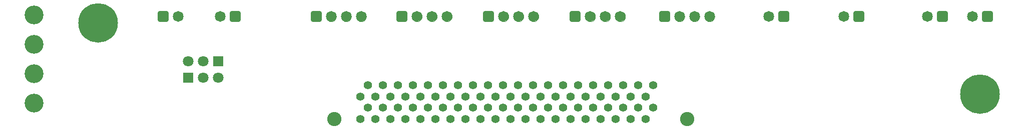
<source format=gbs>
G04*
G04 #@! TF.GenerationSoftware,Altium Limited,Altium Designer,21.2.2 (38)*
G04*
G04 Layer_Color=16711935*
%FSLAX25Y25*%
%MOIN*%
G70*
G04*
G04 #@! TF.SameCoordinates,68047672-1E7F-4675-B640-9537CBAF5E22*
G04*
G04*
G04 #@! TF.FilePolarity,Negative*
G04*
G01*
G75*
%ADD16C,0.00000*%
%ADD31R,0.07099X0.07099*%
%ADD32C,0.07099*%
%ADD33C,0.26391*%
%ADD34C,0.03162*%
%ADD35C,0.09500*%
%ADD36C,0.05500*%
G04:AMPARAMS|DCode=37|XSize=71.78mil|YSize=71.78mil|CornerRadius=11.97mil|HoleSize=0mil|Usage=FLASHONLY|Rotation=0.000|XOffset=0mil|YOffset=0mil|HoleType=Round|Shape=RoundedRectangle|*
%AMROUNDEDRECTD37*
21,1,0.07178,0.04784,0,0,0.0*
21,1,0.04784,0.07178,0,0,0.0*
1,1,0.02395,0.02392,-0.02392*
1,1,0.02395,-0.02392,-0.02392*
1,1,0.02395,-0.02392,0.02392*
1,1,0.02395,0.02392,0.02392*
%
%ADD37ROUNDEDRECTD37*%
%ADD38C,0.07178*%
%ADD39C,0.12611*%
D16*
X493890Y175000D02*
X493739Y175999D01*
X493301Y176910D01*
X492614Y177650D01*
X491739Y178156D01*
X490753Y178381D01*
X489746Y178305D01*
X488805Y177936D01*
X488015Y177306D01*
X487446Y176471D01*
X487148Y175505D01*
Y174495D01*
X487446Y173529D01*
X488015Y172694D01*
X488805Y172064D01*
X489746Y171695D01*
X490753Y171619D01*
X491739Y171844D01*
X492614Y172350D01*
X493301Y173090D01*
X493739Y174001D01*
X493890Y175000D01*
X503890D02*
X503739Y175999D01*
X503301Y176910D01*
X502614Y177650D01*
X501739Y178156D01*
X500753Y178381D01*
X499746Y178305D01*
X498805Y177936D01*
X498015Y177306D01*
X497446Y176471D01*
X497148Y175505D01*
Y174495D01*
X497446Y173529D01*
X498015Y172694D01*
X498805Y172064D01*
X499746Y171695D01*
X500753Y171619D01*
X501739Y171844D01*
X502614Y172350D01*
X503301Y173090D01*
X503739Y174001D01*
X503890Y175000D01*
X513890D02*
X513739Y175999D01*
X513301Y176910D01*
X512614Y177650D01*
X511738Y178156D01*
X510753Y178381D01*
X509746Y178305D01*
X508805Y177936D01*
X508015Y177306D01*
X507446Y176471D01*
X507148Y175505D01*
Y174495D01*
X507446Y173529D01*
X508015Y172694D01*
X508805Y172064D01*
X509746Y171695D01*
X510753Y171619D01*
X511738Y171844D01*
X512614Y172350D01*
X513301Y173090D01*
X513739Y174001D01*
X513890Y175000D01*
X523890D02*
X523739Y175999D01*
X523301Y176910D01*
X522614Y177650D01*
X521738Y178156D01*
X520753Y178381D01*
X519746Y178305D01*
X518805Y177936D01*
X518015Y177306D01*
X517446Y176471D01*
X517148Y175505D01*
Y174495D01*
X517446Y173529D01*
X518015Y172694D01*
X518805Y172064D01*
X519746Y171695D01*
X520753Y171619D01*
X521738Y171844D01*
X522614Y172350D01*
X523301Y173090D01*
X523739Y174001D01*
X523890Y175000D01*
X434416D02*
X434265Y175999D01*
X433827Y176910D01*
X433140Y177650D01*
X432264Y178156D01*
X431279Y178381D01*
X430271Y178305D01*
X429331Y177936D01*
X428541Y177306D01*
X427972Y176471D01*
X427674Y175505D01*
Y174495D01*
X427972Y173529D01*
X428541Y172694D01*
X429331Y172064D01*
X430271Y171695D01*
X431279Y171619D01*
X432264Y171844D01*
X433140Y172350D01*
X433827Y173090D01*
X434265Y174001D01*
X434416Y175000D01*
X444416D02*
X444265Y175999D01*
X443827Y176910D01*
X443140Y177650D01*
X442264Y178156D01*
X441279Y178381D01*
X440272Y178305D01*
X439331Y177936D01*
X438541Y177306D01*
X437972Y176471D01*
X437674Y175505D01*
Y174495D01*
X437972Y173529D01*
X438541Y172694D01*
X439331Y172064D01*
X440272Y171695D01*
X441279Y171619D01*
X442264Y171844D01*
X443140Y172350D01*
X443827Y173090D01*
X444265Y174001D01*
X444416Y175000D01*
X454416D02*
X454265Y175999D01*
X453827Y176910D01*
X453139Y177650D01*
X452264Y178156D01*
X451279Y178381D01*
X450272Y178305D01*
X449331Y177936D01*
X448541Y177306D01*
X447972Y176471D01*
X447674Y175505D01*
Y174495D01*
X447972Y173529D01*
X448541Y172694D01*
X449331Y172064D01*
X450272Y171695D01*
X451279Y171619D01*
X452264Y171844D01*
X453139Y172350D01*
X453827Y173090D01*
X454265Y174001D01*
X454416Y175000D01*
X464416D02*
X464265Y175999D01*
X463827Y176910D01*
X463139Y177650D01*
X462264Y178156D01*
X461279Y178381D01*
X460272Y178305D01*
X459331Y177936D01*
X458541Y177306D01*
X457972Y176471D01*
X457674Y175505D01*
Y174495D01*
X457972Y173529D01*
X458541Y172694D01*
X459331Y172064D01*
X460272Y171695D01*
X461279Y171619D01*
X462264Y171844D01*
X463139Y172350D01*
X463827Y173090D01*
X464265Y174001D01*
X464416Y175000D01*
X406640D02*
X406489Y175999D01*
X406051Y176910D01*
X405364Y177650D01*
X404489Y178156D01*
X403503Y178381D01*
X402496Y178305D01*
X401555Y177936D01*
X400765Y177306D01*
X400196Y176471D01*
X399898Y175505D01*
Y174495D01*
X400196Y173529D01*
X400765Y172694D01*
X401555Y172064D01*
X402496Y171695D01*
X403503Y171619D01*
X404489Y171844D01*
X405364Y172350D01*
X406051Y173090D01*
X406489Y174001D01*
X406640Y175000D01*
X396640D02*
X396489Y175999D01*
X396051Y176910D01*
X395364Y177650D01*
X394489Y178156D01*
X393503Y178381D01*
X392496Y178305D01*
X391555Y177936D01*
X390765Y177306D01*
X390196Y176471D01*
X389898Y175505D01*
Y174495D01*
X390196Y173529D01*
X390765Y172694D01*
X391555Y172064D01*
X392496Y171695D01*
X393503Y171619D01*
X394489Y171844D01*
X395364Y172350D01*
X396051Y173090D01*
X396489Y174001D01*
X396640Y175000D01*
X386640D02*
X386489Y175999D01*
X386051Y176910D01*
X385364Y177650D01*
X384489Y178156D01*
X383503Y178381D01*
X382496Y178305D01*
X381555Y177936D01*
X380765Y177306D01*
X380196Y176471D01*
X379898Y175505D01*
Y174495D01*
X380196Y173529D01*
X380765Y172694D01*
X381555Y172064D01*
X382496Y171695D01*
X383503Y171619D01*
X384489Y171844D01*
X385364Y172350D01*
X386051Y173090D01*
X386489Y174001D01*
X386640Y175000D01*
X376640D02*
X376489Y175999D01*
X376051Y176910D01*
X375364Y177650D01*
X374488Y178156D01*
X373503Y178381D01*
X372496Y178305D01*
X371555Y177936D01*
X370765Y177306D01*
X370196Y176471D01*
X369898Y175505D01*
Y174495D01*
X370196Y173529D01*
X370765Y172694D01*
X371555Y172064D01*
X372496Y171695D01*
X373503Y171619D01*
X374488Y171844D01*
X375364Y172350D01*
X376051Y173090D01*
X376489Y174001D01*
X376640Y175000D01*
X348998D02*
X348847Y175999D01*
X348409Y176910D01*
X347721Y177650D01*
X346846Y178156D01*
X345861Y178381D01*
X344853Y178305D01*
X343913Y177936D01*
X343123Y177306D01*
X342553Y176471D01*
X342255Y175505D01*
Y174495D01*
X342553Y173529D01*
X343123Y172694D01*
X343913Y172064D01*
X344853Y171695D01*
X345861Y171619D01*
X346846Y171844D01*
X347721Y172350D01*
X348409Y173090D01*
X348847Y174001D01*
X348998Y175000D01*
X338998D02*
X338847Y175999D01*
X338408Y176910D01*
X337721Y177650D01*
X336846Y178156D01*
X335861Y178381D01*
X334853Y178305D01*
X333913Y177936D01*
X333122Y177306D01*
X332553Y176471D01*
X332255Y175505D01*
Y174495D01*
X332553Y173529D01*
X333122Y172694D01*
X333913Y172064D01*
X334853Y171695D01*
X335861Y171619D01*
X336846Y171844D01*
X337721Y172350D01*
X338408Y173090D01*
X338847Y174001D01*
X338998Y175000D01*
X328998D02*
X328847Y175999D01*
X328409Y176910D01*
X327721Y177650D01*
X326846Y178156D01*
X325861Y178381D01*
X324853Y178305D01*
X323913Y177936D01*
X323123Y177306D01*
X322553Y176471D01*
X322255Y175505D01*
Y174495D01*
X322553Y173529D01*
X323123Y172694D01*
X323913Y172064D01*
X324853Y171695D01*
X325861Y171619D01*
X326846Y171844D01*
X327721Y172350D01*
X328409Y173090D01*
X328847Y174001D01*
X328998Y175000D01*
X318998D02*
X318847Y175999D01*
X318408Y176910D01*
X317721Y177650D01*
X316846Y178156D01*
X315861Y178381D01*
X314853Y178305D01*
X313913Y177936D01*
X313123Y177306D01*
X312553Y176471D01*
X312255Y175505D01*
Y174495D01*
X312553Y173529D01*
X313123Y172694D01*
X313913Y172064D01*
X314853Y171695D01*
X315861Y171619D01*
X316846Y171844D01*
X317721Y172350D01*
X318408Y173090D01*
X318847Y174001D01*
X318998Y175000D01*
X291890D02*
X291739Y175999D01*
X291301Y176910D01*
X290614Y177650D01*
X289738Y178156D01*
X288753Y178381D01*
X287746Y178305D01*
X286805Y177936D01*
X286015Y177306D01*
X285446Y176471D01*
X285148Y175505D01*
Y174495D01*
X285446Y173529D01*
X286015Y172694D01*
X286805Y172064D01*
X287746Y171695D01*
X288753Y171619D01*
X289738Y171844D01*
X290614Y172350D01*
X291301Y173090D01*
X291739Y174001D01*
X291890Y175000D01*
X281890D02*
X281739Y175999D01*
X281301Y176910D01*
X280614Y177650D01*
X279738Y178156D01*
X278753Y178381D01*
X277746Y178305D01*
X276805Y177936D01*
X276015Y177306D01*
X275446Y176471D01*
X275148Y175505D01*
Y174495D01*
X275446Y173529D01*
X276015Y172694D01*
X276805Y172064D01*
X277746Y171695D01*
X278753Y171619D01*
X279738Y171844D01*
X280614Y172350D01*
X281301Y173090D01*
X281739Y174001D01*
X281890Y175000D01*
X271890D02*
X271739Y175999D01*
X271301Y176910D01*
X270614Y177650D01*
X269739Y178156D01*
X268753Y178381D01*
X267746Y178305D01*
X266805Y177936D01*
X266015Y177306D01*
X265446Y176471D01*
X265148Y175505D01*
Y174495D01*
X265446Y173529D01*
X266015Y172694D01*
X266805Y172064D01*
X267746Y171695D01*
X268753Y171619D01*
X269739Y171844D01*
X270614Y172350D01*
X271301Y173090D01*
X271739Y174001D01*
X271890Y175000D01*
X261890D02*
X261739Y175999D01*
X261301Y176910D01*
X260614Y177650D01*
X259738Y178156D01*
X258753Y178381D01*
X257746Y178305D01*
X256805Y177936D01*
X256015Y177306D01*
X255446Y176471D01*
X255148Y175505D01*
Y174495D01*
X255446Y173529D01*
X256015Y172694D01*
X256805Y172064D01*
X257746Y171695D01*
X258753Y171619D01*
X259738Y171844D01*
X260614Y172350D01*
X261301Y173090D01*
X261739Y174001D01*
X261890Y175000D01*
D31*
X193154Y145000D02*
D03*
X173153Y134000D02*
D03*
D32*
X183153Y145000D02*
D03*
X173153D02*
D03*
X193154Y134000D02*
D03*
X183153D02*
D03*
D33*
X113244Y170756D02*
D03*
X700500Y123000D02*
D03*
D34*
X113244Y180992D02*
D03*
X106000Y178000D02*
D03*
X103008Y170756D02*
D03*
X106000Y163512D02*
D03*
X113244Y160520D02*
D03*
X120488Y163512D02*
D03*
X123480Y170756D02*
D03*
X120488Y178000D02*
D03*
X700500Y133236D02*
D03*
X693256Y130244D02*
D03*
X690264Y123000D02*
D03*
X693256Y115756D02*
D03*
X700500Y112764D02*
D03*
X707744Y115756D02*
D03*
X710736Y123000D02*
D03*
X707744Y130244D02*
D03*
D35*
X505500Y106500D02*
D03*
X270500D02*
D03*
D36*
X288000D02*
D03*
X293000Y114000D02*
D03*
X298000Y106500D02*
D03*
X303000Y114000D02*
D03*
X308000Y106500D02*
D03*
X313000Y114000D02*
D03*
X318000Y106500D02*
D03*
X323000Y114000D02*
D03*
X328000Y106500D02*
D03*
X333000Y114000D02*
D03*
X338000Y106500D02*
D03*
X343000Y114000D02*
D03*
X348000Y106500D02*
D03*
X353000Y114000D02*
D03*
X358000Y106500D02*
D03*
X363000Y114000D02*
D03*
X368000Y106500D02*
D03*
X373000Y114000D02*
D03*
X378000Y106500D02*
D03*
X383000Y114000D02*
D03*
X388000Y106500D02*
D03*
X393000Y114000D02*
D03*
X398000Y106500D02*
D03*
X403000Y114000D02*
D03*
X408000Y106500D02*
D03*
X413000Y114000D02*
D03*
X418000Y106500D02*
D03*
X423000Y114000D02*
D03*
X428000Y106500D02*
D03*
X433000Y114000D02*
D03*
X438000Y106500D02*
D03*
X443000Y114000D02*
D03*
X448000Y106500D02*
D03*
X453000Y114000D02*
D03*
X458000Y106500D02*
D03*
X463000Y114000D02*
D03*
X468000Y106500D02*
D03*
X473000Y114000D02*
D03*
X478000Y106500D02*
D03*
X483000Y114000D02*
D03*
X288000Y121500D02*
D03*
X293000Y129000D02*
D03*
X298000Y121500D02*
D03*
X303000Y129000D02*
D03*
X308000Y121500D02*
D03*
X313000Y129000D02*
D03*
X318000Y121500D02*
D03*
X323000Y129000D02*
D03*
X328000Y121500D02*
D03*
X333000Y129000D02*
D03*
X338000Y121500D02*
D03*
X343000Y129000D02*
D03*
X348000Y121500D02*
D03*
X353000Y129000D02*
D03*
X358000Y121500D02*
D03*
X363000Y129000D02*
D03*
X368000Y121500D02*
D03*
X373000Y129000D02*
D03*
X378000Y121500D02*
D03*
X383000Y129000D02*
D03*
X388000Y121500D02*
D03*
X393000Y129000D02*
D03*
X398000Y121500D02*
D03*
X403000Y129000D02*
D03*
X408000Y121500D02*
D03*
X413000Y129000D02*
D03*
X418000Y121500D02*
D03*
X423000Y129000D02*
D03*
X428000Y121500D02*
D03*
X433000Y129000D02*
D03*
X438000Y121500D02*
D03*
X443000Y129000D02*
D03*
X448000Y121500D02*
D03*
X453000Y129000D02*
D03*
X458000Y121500D02*
D03*
X463000Y129000D02*
D03*
X468000Y121500D02*
D03*
X473000Y129000D02*
D03*
X478000Y121500D02*
D03*
X483000Y129000D02*
D03*
D37*
X490500Y175000D02*
D03*
X431026D02*
D03*
X570000D02*
D03*
X373250D02*
D03*
X315608D02*
D03*
X258500D02*
D03*
X156500D02*
D03*
X204494D02*
D03*
X620000D02*
D03*
X705500D02*
D03*
X675500D02*
D03*
D38*
X500500D02*
D03*
X510500D02*
D03*
X520500D02*
D03*
X441026D02*
D03*
X451026D02*
D03*
X461026D02*
D03*
X560000D02*
D03*
X403250D02*
D03*
X393250D02*
D03*
X383250D02*
D03*
X345608D02*
D03*
X335608D02*
D03*
X325608D02*
D03*
X288500D02*
D03*
X278500D02*
D03*
X268500D02*
D03*
X166500D02*
D03*
X194494D02*
D03*
X610000D02*
D03*
X695500D02*
D03*
X665500D02*
D03*
D39*
X70500Y117000D02*
D03*
Y136667D02*
D03*
Y156333D02*
D03*
Y176000D02*
D03*
M02*

</source>
